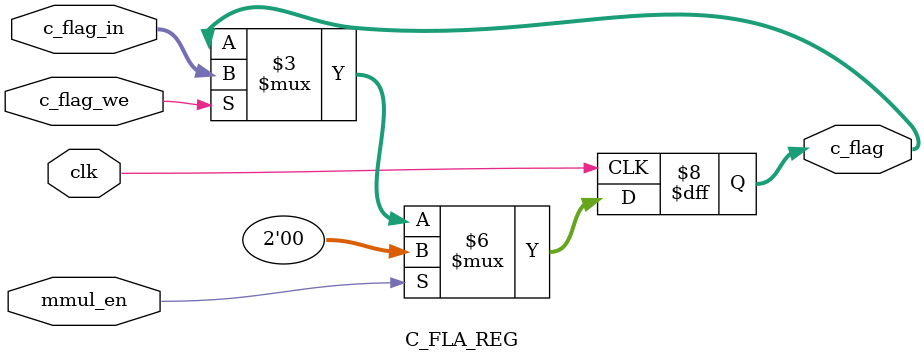
<source format=v>
module C_FLA_REG(c_flag,clk,mmul_en,c_flag_in,c_flag_we);
  output [1:0] c_flag;
  input clk,mmul_en,c_flag_we;
  input [1:0] c_flag_in;
  reg [1:0] c_flag;
  //c_flag=2'b00 represent that c is stored in regc.
  //c_flag=2'b01 represent that c is stored in regd.
  //c_flag=2'b10 represent that c is stored in regb.
  
  always @(posedge clk)
		  if(mmul_en)
		    c_flag <= 2'b00;//represent that c is stored in regc before operation start.
		  else if(c_flag_we)
			  c_flag <= c_flag_in;
			else
			  c_flag <= c_flag;		
endmodule
</source>
